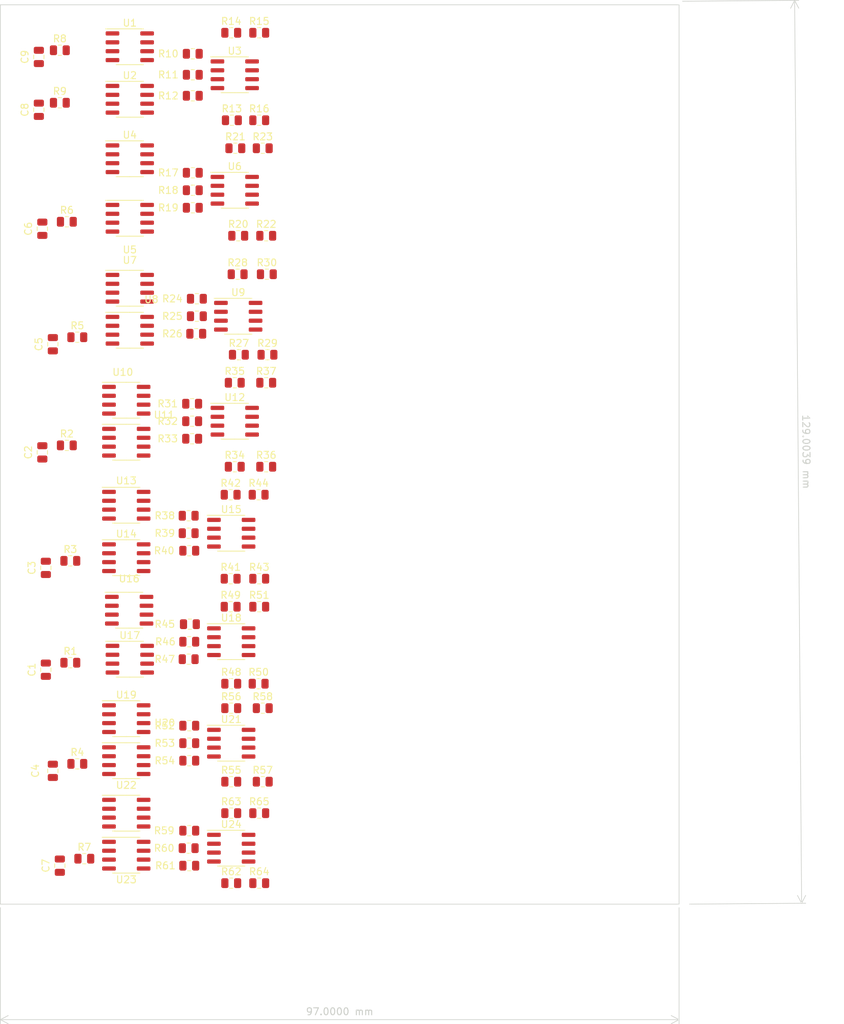
<source format=kicad_pcb>
(kicad_pcb (version 20211014) (generator pcbnew)
  (layers (0 "F.Cu" signal) (31 "B.Cu" signal) (34 "B.Paste" user) (35 "F.Paste" user) (36 "B.SilkS" user "B.Silkscreen") (37 "F.SilkS" user "F.Silkscreen") (38 "B.Mask" user) (39 "F.Mask" user) (44 "Edge.Cuts" user))
  (net 0 "")
  (net 2 "Net-(R10-Pad2)")
  (net 3 "E_ref")
  (net 4 "V-")
  (net 6 "Net-(R10-Pad1)")
  (net 7 "V+")
  (net 10 "Net-(R11-Pad2)")
  (net 11 "E_1")
  (net 13 "Net-(R12-Pad2)")
  (net 16 "Net-(R13-Pad2)")
  (net 17 "Net-(R14-Pad2)")
  (net 20 "E_6")
  (net 21 "GND")
  (net 22 "E_4")
  (net 23 "E_5")
  (net 24 "E_7")
  (net 25 "E_3")
  (net 26 "E_2")
  (net 27 "E_8")
  (net 28 "Elektrode_6")
  (net 29 "Elektrode_4")
  (net 30 "Elektrode_5")
  (net 31 "Elektrode_7")
  (net 32 "Elektrode_3")
  (net 33 "Elektrode_2")
  (net 34 "Elektrode_8")
  (net 35 "Elektrode_Ref")
  (net 36 "Elektrode_1")
  (net 37 "Net-(R17-Pad1)")
  (net 38 "Net-(R17-Pad2)")
  (net 39 "Net-(R18-Pad2)")
  (net 40 "Net-(R19-Pad2)")
  (net 41 "Net-(R20-Pad2)")
  (net 42 "Net-(R21-Pad2)")
  (net 52 "Net-(R24-Pad1)")
  (net 53 "Net-(R24-Pad2)")
  (net 54 "Net-(R25-Pad2)")
  (net 55 "Net-(R26-Pad2)")
  (net 56 "Net-(R27-Pad2)")
  (net 57 "Net-(R28-Pad2)")
  (net 67 "Net-(R31-Pad1)")
  (net 68 "Net-(R31-Pad2)")
  (net 69 "Net-(R32-Pad2)")
  (net 70 "Net-(R33-Pad2)")
  (net 71 "Net-(R34-Pad2)")
  (net 72 "Net-(R35-Pad2)")
  (net 82 "Net-(R38-Pad1)")
  (net 83 "Net-(R38-Pad2)")
  (net 84 "Net-(R39-Pad2)")
  (net 85 "Net-(R40-Pad2)")
  (net 86 "Net-(R41-Pad2)")
  (net 87 "Net-(R42-Pad2)")
  (net 97 "Net-(R45-Pad1)")
  (net 98 "Net-(R45-Pad2)")
  (net 99 "Net-(R46-Pad2)")
  (net 100 "Net-(R47-Pad2)")
  (net 101 "Net-(R48-Pad2)")
  (net 102 "Net-(R49-Pad2)")
  (net 112 "Net-(R52-Pad1)")
  (net 113 "Net-(R52-Pad2)")
  (net 114 "Net-(R53-Pad2)")
  (net 115 "Net-(R54-Pad2)")
  (net 116 "Net-(R55-Pad2)")
  (net 117 "Net-(R56-Pad2)")
  (net 127 "E_OUT_01")
  (net 128 "E_OUT_02")
  (net 129 "E_OUT_03")
  (net 130 "E_OUT_04")
  (net 131 "E_OUT_05")
  (net 132 "E_OUT_06")
  (net 133 "E_OUT_07")
  (net 134 "Net-(R59-Pad1)")
  (net 135 "Net-(R59-Pad2)")
  (net 136 "Net-(R60-Pad2)")
  (net 137 "Net-(R61-Pad2)")
  (net 138 "Net-(R62-Pad2)")
  (net 139 "Net-(R63-Pad2)")
  (net 140 "E_OUT_08")
  (footprint "Resistor_SMD:R_0805_2012Metric" (layer "F.Cu") (at 228 68.5)
    (fp_text reference "R37" (at 0 -1.65) (layer "F.SilkS"))
    (fp_text value "R")
    (pad "1" smd roundrect (at -0.9125 0) (size 1.025 1.4) (layers "F.Cu" "F.Paste" "F.Mask") (roundrect_rratio 0.243902) (net 72 "Net-(R35-Pad2)"))
    (pad "2" smd roundrect (at 0.9125 0) (size 1.025 1.4) (layers "F.Cu" "F.Paste" "F.Mask") (roundrect_rratio 0.243902) (net 21 "GND"))
  )
  (footprint "Resistor_SMD:R_0805_2012Metric" (layer "F.Cu") (at 223.5 68.5)
    (fp_text reference "R35" (at 0 -1.65) (layer "F.SilkS"))
    (fp_text value "R")
    (pad "1" smd roundrect (at -0.9125 0) (size 1.025 1.4) (layers "F.Cu" "F.Paste" "F.Mask") (roundrect_rratio 0.243902) (net 67 "Net-(R31-Pad1)"))
    (pad "2" smd roundrect (at 0.9125 0) (size 1.025 1.4) (layers "F.Cu" "F.Paste" "F.Mask") (roundrect_rratio 0.243902) (net 72 "Net-(R35-Pad2)"))
  )
  (footprint "Resistor_SMD:R_0805_2012Metric" (layer "F.Cu") (at 223 125.5)
    (fp_text reference "R55" (at 0 -1.65) (layer "F.SilkS"))
    (fp_text value "R")
    (pad "1" smd roundrect (at -0.9125 0) (size 1.025 1.4) (layers "F.Cu" "F.Paste" "F.Mask") (roundrect_rratio 0.243902) (net 115 "Net-(R54-Pad2)"))
    (pad "2" smd roundrect (at 0.9125 0) (size 1.025 1.4) (layers "F.Cu" "F.Paste" "F.Mask") (roundrect_rratio 0.243902) (net 116 "Net-(R55-Pad2)"))
  )
  (footprint "Package_SO:SOIC-8_3.9x4.9mm_P1.27mm" (layer "F.Cu") (at 208 77)
    (fp_text reference "U11" (at 5.4125 -3.9) (layer "F.SilkS"))
    (fp_text value "OPA376xxD")
    (pad "1" smd roundrect (at -2.475 -1.905) (size 1.95 0.6) (layers "F.Cu" "F.Paste" "F.Mask"))
    (pad "2" smd roundrect (at -2.475 -0.635) (size 1.95 0.6) (layers "F.Cu" "F.Paste" "F.Mask") (net 69 "Net-(R32-Pad2)"))
    (pad "3" smd roundrect (at -2.475 0.635) (size 1.95 0.6) (layers "F.Cu" "F.Paste" "F.Mask") (net 22 "E_4"))
    (pad "4" smd roundrect (at -2.475 1.905) (size 1.95 0.6) (layers "F.Cu" "F.Paste" "F.Mask") (net 4 "V-"))
    (pad "5" smd roundrect (at 2.475 1.905) (size 1.95 0.6) (layers "F.Cu" "F.Paste" "F.Mask"))
    (pad "6" smd roundrect (at 2.475 0.635) (size 1.95 0.6) (layers "F.Cu" "F.Paste" "F.Mask") (net 70 "Net-(R33-Pad2)"))
    (pad "7" smd roundrect (at 2.475 -0.635) (size 1.95 0.6) (layers "F.Cu" "F.Paste" "F.Mask") (net 7 "V+"))
    (pad "8" smd roundrect (at 2.475 -1.905) (size 1.95 0.6) (layers "F.Cu" "F.Paste" "F.Mask"))
  )
  (footprint "Resistor_SMD:R_0805_2012Metric" (layer "F.Cu") (at 217.0875 103 180)
    (fp_text reference "R45" (at 3.5875 0) (layer "F.SilkS"))
    (fp_text value "R_Small")
    (pad "1" smd roundrect (at -0.9125 0 180) (size 1.025 1.4) (layers "F.Cu" "F.Paste" "F.Mask") (roundrect_rratio 0.243902) (net 97 "Net-(R45-Pad1)"))
    (pad "2" smd roundrect (at 0.9125 0 180) (size 1.025 1.4) (layers "F.Cu" "F.Paste" "F.Mask") (roundrect_rratio 0.243902) (net 98 "Net-(R45-Pad2)"))
  )
  (footprint "Package_SO:SOIC-8_3.9x4.9mm_P1.27mm" (layer "F.Cu") (at 224 59)
    (fp_text reference "U9" (at 0 -3.4) (layer "F.SilkS"))
    (fp_text value "OPA376xxD")
    (pad "1" smd roundrect (at -2.475 -1.905) (size 1.95 0.6) (layers "F.Cu" "F.Paste" "F.Mask"))
    (pad "2" smd roundrect (at -2.475 -0.635) (size 1.95 0.6) (layers "F.Cu" "F.Paste" "F.Mask") (net 56 "Net-(R27-Pad2)"))
    (pad "3" smd roundrect (at -2.475 0.635) (size 1.95 0.6) (layers "F.Cu" "F.Paste" "F.Mask") (net 57 "Net-(R28-Pad2)"))
    (pad "4" smd roundrect (at -2.475 1.905) (size 1.95 0.6) (layers "F.Cu" "F.Paste" "F.Mask") (net 4 "V-"))
    (pad "5" smd roundrect (at 2.475 1.905) (size 1.95 0.6) (layers "F.Cu" "F.Paste" "F.Mask"))
    (pad "6" smd roundrect (at 2.475 0.635) (size 1.95 0.6) (layers "F.Cu" "F.Paste" "F.Mask") (net 129 "E_OUT_03"))
    (pad "7" smd roundrect (at 2.475 -0.635) (size 1.95 0.6) (layers "F.Cu" "F.Paste" "F.Mask") (net 7 "V+"))
    (pad "8" smd roundrect (at 2.475 -1.905) (size 1.95 0.6) (layers "F.Cu" "F.Paste" "F.Mask"))
  )
  (footprint "Package_SO:SOIC-8_3.9x4.9mm_P1.27mm" (layer "F.Cu") (at 208 122.5)
    (fp_text reference "U20" (at 5.5 -5.4) (layer "F.SilkS"))
    (fp_text value "OPA376xxD")
    (pad "1" smd roundrect (at -2.475 -1.905) (size 1.95 0.6) (layers "F.Cu" "F.Paste" "F.Mask"))
    (pad "2" smd roundrect (at -2.475 -0.635) (size 1.95 0.6) (layers "F.Cu" "F.Paste" "F.Mask") (net 114 "Net-(R53-Pad2)"))
    (pad "3" smd roundrect (at -2.475 0.635) (size 1.95 0.6) (layers "F.Cu" "F.Paste" "F.Mask") (net 24 "E_7"))
    (pad "4" smd roundrect (at -2.475 1.905) (size 1.95 0.6) (layers "F.Cu" "F.Paste" "F.Mask") (net 4 "V-"))
    (pad "5" smd roundrect (at 2.475 1.905) (size 1.95 0.6) (layers "F.Cu" "F.Paste" "F.Mask"))
    (pad "6" smd roundrect (at 2.475 0.635) (size 1.95 0.6) (layers "F.Cu" "F.Paste" "F.Mask") (net 115 "Net-(R54-Pad2)"))
    (pad "7" smd roundrect (at 2.475 -0.635) (size 1.95 0.6) (layers "F.Cu" "F.Paste" "F.Mask") (net 7 "V+"))
    (pad "8" smd roundrect (at 2.475 -1.905) (size 1.95 0.6) (layers "F.Cu" "F.Paste" "F.Mask"))
  )
  (footprint "Resistor_SMD:R_0805_2012Metric" (layer "F.Cu") (at 217 117.5 180)
    (fp_text reference "R52" (at 3.5 0) (layer "F.SilkS"))
    (fp_text value "R_Small")
    (pad "1" smd roundrect (at -0.9125 0 180) (size 1.025 1.4) (layers "F.Cu" "F.Paste" "F.Mask") (roundrect_rratio 0.243902) (net 112 "Net-(R52-Pad1)"))
    (pad "2" smd roundrect (at 0.9125 0 180) (size 1.025 1.4) (layers "F.Cu" "F.Paste" "F.Mask") (roundrect_rratio 0.243902) (net 113 "Net-(R52-Pad2)"))
  )
  (footprint "Resistor_SMD:R_0805_2012Metric" (layer "F.Cu") (at 227 31)
    (fp_text reference "R16" (at 0 -1.65) (layer "F.SilkS"))
    (fp_text value "R")
    (pad "1" smd roundrect (at -0.9125 0) (size 1.025 1.4) (layers "F.Cu" "F.Paste" "F.Mask") (roundrect_rratio 0.243902) (net 16 "Net-(R13-Pad2)"))
    (pad "2" smd roundrect (at 0.9125 0) (size 1.025 1.4) (layers "F.Cu" "F.Paste" "F.Mask") (roundrect_rratio 0.243902) (net 127 "E_OUT_01"))
  )
  (footprint "Resistor_SMD:R_0805_2012Metric" (layer "F.Cu") (at 223 111.5)
    (fp_text reference "R48" (at 0 -1.65) (layer "F.SilkS"))
    (fp_text value "R")
    (pad "1" smd roundrect (at -0.9125 0) (size 1.025 1.4) (layers "F.Cu" "F.Paste" "F.Mask") (roundrect_rratio 0.243902) (net 100 "Net-(R47-Pad2)"))
    (pad "2" smd roundrect (at 0.9125 0) (size 1.025 1.4) (layers "F.Cu" "F.Paste" "F.Mask") (roundrect_rratio 0.243902) (net 101 "Net-(R48-Pad2)"))
  )
  (footprint "Resistor_SMD:R_0805_2012Metric" (layer "F.Cu") (at 217.5 24.5)
    (fp_text reference "R11" (at -3.5 0) (layer "F.SilkS"))
    (fp_text value "R_Small")
    (pad "1" smd roundrect (at -0.9125 0) (size 1.025 1.4) (layers "F.Cu" "F.Paste" "F.Mask") (roundrect_rratio 0.243902) (net 2 "Net-(R10-Pad2)"))
    (pad "2" smd roundrect (at 0.9125 0) (size 1.025 1.4) (layers "F.Cu" "F.Paste" "F.Mask") (roundrect_rratio 0.243902) (net 10 "Net-(R11-Pad2)"))
  )
  (footprint "Resistor_SMD:R_0805_2012Metric" (layer "F.Cu") (at 217 120)
    (fp_text reference "R53" (at -3.5 0) (layer "F.SilkS"))
    (fp_text value "R_Small")
    (pad "1" smd roundrect (at -0.9125 0) (size 1.025 1.4) (layers "F.Cu" "F.Paste" "F.Mask") (roundrect_rratio 0.243902) (net 113 "Net-(R52-Pad2)"))
    (pad "2" smd roundrect (at 0.9125 0) (size 1.025 1.4) (layers "F.Cu" "F.Paste" "F.Mask") (roundrect_rratio 0.243902) (net 114 "Net-(R53-Pad2)"))
  )
  (footprint "Resistor_SMD:R_0805_2012Metric" (layer "F.Cu") (at 227 130)
    (fp_text reference "R65" (at 0 -1.65) (layer "F.SilkS"))
    (fp_text value "R")
    (pad "1" smd roundrect (at -0.9125 0) (size 1.025 1.4) (layers "F.Cu" "F.Paste" "F.Mask") (roundrect_rratio 0.243902) (net 139 "Net-(R63-Pad2)"))
    (pad "2" smd roundrect (at 0.9125 0) (size 1.025 1.4) (layers "F.Cu" "F.Paste" "F.Mask") (roundrect_rratio 0.243902) (net 21 "GND"))
  )
  (footprint "Resistor_SMD:R_0805_2012Metric" (layer "F.Cu") (at 201 62)
    (fp_text reference "R5" (at 0 -1.65) (layer "F.SilkS"))
    (fp_text value "R")
    (pad "1" smd roundrect (at -0.9125 0) (size 1.025 1.4) (layers "F.Cu" "F.Paste" "F.Mask") (roundrect_rratio 0.243902) (net 32 "Elektrode_3"))
    (pad "2" smd roundrect (at 0.9125 0) (size 1.025 1.4) (layers "F.Cu" "F.Paste" "F.Mask") (roundrect_rratio 0.243902) (net 25 "E_3"))
  )
  (footprint "Resistor_SMD:R_0805_2012Metric" (layer "F.Cu") (at 222.9125 84.5)
    (fp_text reference "R42" (at 0 -1.65) (layer "F.SilkS"))
    (fp_text value "R")
    (pad "1" smd roundrect (at -0.9125 0) (size 1.025 1.4) (layers "F.Cu" "F.Paste" "F.Mask") (roundrect_rratio 0.243902) (net 82 "Net-(R38-Pad1)"))
    (pad "2" smd roundrect (at 0.9125 0) (size 1.025 1.4) (layers "F.Cu" "F.Paste" "F.Mask") (roundrect_rratio 0.243902) (net 87 "Net-(R42-Pad2)"))
  )
  (footprint "Resistor_SMD:R_0805_2012Metric" (layer "F.Cu") (at 217.4125 71.5 180)
    (fp_text reference "R31" (at 3.5 0) (layer "F.SilkS"))
    (fp_text value "R_Small")
    (pad "1" smd roundrect (at -0.9125 0 180) (size 1.025 1.4) (layers "F.Cu" "F.Paste" "F.Mask") (roundrect_rratio 0.243902) (net 67 "Net-(R31-Pad1)"))
    (pad "2" smd roundrect (at 0.9125 0 180) (size 1.025 1.4) (layers "F.Cu" "F.Paste" "F.Mask") (roundrect_rratio 0.243902) (net 68 "Net-(R31-Pad2)"))
  )
  (footprint "Resistor_SMD:R_0805_2012Metric" (layer "F.Cu") (at 223 130)
    (fp_text reference "R63" (at 0 -1.65) (layer "F.SilkS"))
    (fp_text value "R")
    (pad "1" smd roundrect (at -0.9125 0) (size 1.025 1.4) (layers "F.Cu" "F.Paste" "F.Mask") (roundrect_rratio 0.243902) (net 134 "Net-(R59-Pad1)"))
    (pad "2" smd roundrect (at 0.9125 0) (size 1.025 1.4) (layers "F.Cu" "F.Paste" "F.Mask") (roundrect_rratio 0.243902) (net 139 "Net-(R63-Pad2)"))
  )
  (footprint "Resistor_SMD:R_0805_2012Metric" (layer "F.Cu") (at 228 80.5)
    (fp_text reference "R36" (at 0 -1.65) (layer "F.SilkS"))
    (fp_text value "R")
    (pad "1" smd roundrect (at -0.9125 0) (size 1.025 1.4) (layers "F.Cu" "F.Paste" "F.Mask") (roundrect_rratio 0.243902) (net 71 "Net-(R34-Pad2)"))
    (pad "2" smd roundrect (at 0.9125 0) (size 1.025 1.4) (layers "F.Cu" "F.Paste" "F.Mask") (roundrect_rratio 0.243902) (net 130 "E_OUT_04"))
  )
  (footprint "Resistor_SMD:R_0805_2012Metric" (layer "F.Cu") (at 216.9125 108)
    (fp_text reference "R47" (at -3.4125 0) (layer "F.SilkS"))
    (fp_text value "R_Small")
    (pad "1" smd roundrect (at -0.9125 0) (size 1.025 1.4) (layers "F.Cu" "F.Paste" "F.Mask") (roundrect_rratio 0.243902) (net 99 "Net-(R46-Pad2)"))
    (pad "2" smd roundrect (at 0.9125 0) (size 1.025 1.4) (layers "F.Cu" "F.Paste" "F.Mask") (roundrect_rratio 0.243902) (net 100 "Net-(R47-Pad2)"))
  )
  (footprint "Capacitor_SMD:C_0805_2012Metric" (layer "F.Cu") (at 197.5 123.95 -90)
    (fp_text reference "C4" (at 0 2.5 90) (layer "F.SilkS"))
    (fp_text value "C")
    (pad "1" smd roundrect (at -0.95 0 270) (size 1 1.45) (layers "F.Cu" "F.Paste" "F.Mask") (net 24 "E_7"))
    (pad "2" smd roundrect (at 0.95 0 270) (size 1 1.45) (layers "F.Cu" "F.Paste" "F.Mask") (net 21 "GND"))
  )
  (footprint "Package_SO:SOIC-8_3.9x4.9mm_P1.27mm" (layer "F.Cu") (at 208 71)
    (fp_text reference "U10" (at -0.5 -4) (layer "F.SilkS"))
    (fp_text value "OPA376xxD")
    (pad "1" smd roundrect (at -2.475 -1.905) (size 1.95 0.6) (layers "F.Cu" "F.Paste" "F.Mask"))
    (pad "2" smd roundrect (at -2.475 -0.635) (size 1.95 0.6) (layers "F.Cu" "F.Paste" "F.Mask") (net 68 "Net-(R31-Pad2)"))
    (pad "3" smd roundrect (at -2.475 0.635) (size 1.95 0.6) (layers "F.Cu" "F.Paste" "F.Mask") (net 3 "E_ref"))
    (pad "4" smd roundrect (at -2.475 1.905) (size 1.95 0.6) (layers "F.Cu" "F.Paste" "F.Mask") (net 4 "V-"))
    (pad "5" smd roundrect (at 2.475 1.905) (size 1.95 0.6) (layers "F.Cu" "F.Paste" "F.Mask"))
    (pad "6" smd roundrect (at 2.475 0.635) (size 1.95 0.6) (layers "F.Cu" "F.Paste" "F.Mask") (net 67 "Net-(R31-Pad1)"))
    (pad "7" smd roundrect (at 2.475 -0.635) (size 1.95 0.6) (layers "F.Cu" "F.Paste" "F.Mask") (net 7 "V+"))
    (pad "8" smd roundrect (at 2.475 -1.905) (size 1.95 0.6) (layers "F.Cu" "F.Paste" "F.Mask"))
  )
  (footprint "Resistor_SMD:R_0805_2012Metric" (layer "F.Cu") (at 216.9125 90)
    (fp_text reference "R39" (at -3.4125 0) (layer "F.SilkS"))
    (fp_text value "R_Small")
    (pad "1" smd roundrect (at -0.9125 0) (size 1.025 1.4) (layers "F.Cu" "F.Paste" "F.Mask") (roundrect_rratio 0.243902) (net 83 "Net-(R38-Pad2)"))
    (pad "2" smd roundrect (at 0.9125 0) (size 1.025 1.4) (layers "F.Cu" "F.Paste" "F.Mask") (roundrect_rratio 0.243902) (net 84 "Net-(R39-Pad2)"))
  )
  (footprint "Resistor_SMD:R_0805_2012Metric" (layer "F.Cu") (at 227.5 115)
    (fp_text reference "R58" (at 0 -1.65) (layer "F.SilkS"))
    (fp_text value "R")
    (pad "1" smd roundrect (at -0.9125 0) (size 1.025 1.4) (layers "F.Cu" "F.Paste" "F.Mask") (roundrect_rratio 0.243902) (net 117 "Net-(R56-Pad2)"))
    (pad "2" smd roundrect (at 0.9125 0) (size 1.025 1.4) (layers "F.Cu" "F.Paste" "F.Mask") (roundrect_rratio 0.243902) (net 21 "GND"))
  )
  (footprint "Package_SO:SOIC-8_3.9x4.9mm_P1.27mm" (layer "F.Cu") (at 223 90)
    (fp_text reference "U15" (at 0 -3.4) (layer "F.SilkS"))
    (fp_text value "OPA376xxD")
    (pad "1" smd roundrect (at -2.475 -1.905) (size 1.95 0.6) (layers "F.Cu" "F.Paste" "F.Mask"))
    (pad "2" smd roundrect (at -2.475 -0.635) (size 1.95 0.6) (layers "F.Cu" "F.Paste" "F.Mask") (net 86 "Net-(R41-Pad2)"))
    (pad "3" smd roundrect (at -2.475 0.635) (size 1.95 0.6) (layers "F.Cu" "F.Paste" "F.Mask") (net 87 "Net-(R42-Pad2)"))
    (pad "4" smd roundrect (at -2.475 1.905) (size 1.95 0.6) (layers "F.Cu" "F.Paste" "F.Mask") (net 4 "V-"))
    (pad "5" smd roundrect (at 2.475 1.905) (size 1.95 0.6) (layers "F.Cu" "F.Paste" "F.Mask"))
    (pad "6" smd roundrect (at 2.475 0.635) (size 1.95 0.6) (layers "F.Cu" "F.Paste" "F.Mask") (net 131 "E_OUT_05"))
    (pad "7" smd roundrect (at 2.475 -0.635) (size 1.95 0.6) (layers "F.Cu" "F.Paste" "F.Mask") (net 7 "V+"))
    (pad "8" smd roundrect (at 2.475 -1.905) (size 1.95 0.6) (layers "F.Cu" "F.Paste" "F.Mask"))
  )
  (footprint "Resistor_SMD:R_0805_2012Metric" (layer "F.Cu") (at 217.5 21.5 180)
    (fp_text reference "R10" (at 3.5 0) (layer "F.SilkS"))
    (fp_text value "R_Small")
    (pad "1" smd roundrect (at -0.9125 0 180) (size 1.025 1.4) (layers "F.Cu" "F.Paste" "F.Mask") (roundrect_rratio 0.243902) (net 6 "Net-(R10-Pad1)"))
    (pad "2" smd roundrect (at 0.9125 0 180) (size 1.025 1.4) (layers "F.Cu" "F.Paste" "F.Mask") (roundrect_rratio 0.243902) (net 2 "Net-(R10-Pad2)"))
  )
  (footprint "Package_SO:SOIC-8_3.9x4.9mm_P1.27mm" (layer "F.Cu") (at 208.5 28)
    (fp_text reference "U2" (at 0 -3.4) (layer "F.SilkS"))
    (fp_text value "OPA376xxD")
    (pad "1" smd roundrect (at -2.475 -1.905) (size 1.95 0.6) (layers "F.Cu" "F.Paste" "F.Mask"))
    (pad "2" smd roundrect (at -2.475 -0.635) (size 1.95 0.6) (layers "F.Cu" "F.Paste" "F.Mask") (net 10 "Net-(R11-Pad2)"))
    (pad "3" smd roundrect (at -2.475 0.635) (size 1.95 0.6) (layers "F.Cu" "F.Paste" "F.Mask") (net 11 "E_1"))
    (pad "4" smd roundrect (at -2.475 1.905) (size 1.95 0.6) (layers "F.Cu" "F.Paste" "F.Mask") (net 4 "V-"))
    (pad "5" smd roundrect (at 2.475 1.905) (size 1.95 0.6) (layers "F.Cu" "F.Paste" "F.Mask"))
    (pad "6" smd roundrect (at 2.475 0.635) (size 1.95 0.6) (layers "F.Cu" "F.Paste" "F.Mask") (net 13 "Net-(R12-Pad2)"))
    (pad "7" smd roundrect (at 2.475 -0.635) (size 1.95 0.6) (layers "F.Cu" "F.Paste" "F.Mask") (net 7 "V+"))
    (pad "8" smd roundrect (at 2.475 -1.905) (size 1.95 0.6) (layers "F.Cu" "F.Paste" "F.Mask"))
  )
  (footprint "Package_SO:SOIC-8_3.9x4.9mm_P1.27mm" (layer "F.Cu") (at 208.5 108)
    (fp_text reference "U17" (at 0 -3.4) (layer "F.SilkS"))
    (fp_text value "OPA376xxD")
    (pad "1" smd roundrect (at -2.475 -1.905) (size 1.95 0.6) (layers "F.Cu" "F.Paste" "F.Mask"))
    (pad "2" smd roundrect (at -2.475 -0.635) (size 1.95 0.6) (layers "F.Cu" "F.Paste" "F.Mask") (net 99 "Net-(R46-Pad2)"))
    (pad "3" smd roundrect (at -2.475 0.635) (size 1.95 0.6) (layers "F.Cu" "F.Paste" "F.Mask") (net 20 "E_6"))
    (pad "4" smd roundrect (at -2.475 1.905) (size 1.95 0.6) (layers "F.Cu" "F.Paste" "F.Mask") (net 4 "V-"))
    (pad "5" smd roundrect (at 2.475 1.905) (size 1.95 0.6) (layers "F.Cu" "F.Paste" "F.Mask"))
    (pad "6" smd roundrect (at 2.475 0.635) (size 1.95 0.6) (layers "F.Cu" "F.Paste" "F.Mask") (net 100 "Net-(R47-Pad2)"))
    (pad "7" smd roundrect (at 2.475 -0.635) (size 1.95 0.6) (layers "F.Cu" "F.Paste" "F.Mask") (net 7 "V+"))
    (pad "8" smd roundrect (at 2.475 -1.905) (size 1.95 0.6) (layers "F.Cu" "F.Paste" "F.Mask"))
  )
  (footprint "Resistor_SMD:R_0805_2012Metric" (layer "F.Cu") (at 223 140)
    (fp_text reference "R62" (at 0 -1.65) (layer "F.SilkS"))
    (fp_text value "R")
    (pad "1" smd roundrect (at -0.9125 0) (size 1.025 1.4) (layers "F.Cu" "F.Paste" "F.Mask") (roundrect_rratio 0.243902) (net 137 "Net-(R61-Pad2)"))
    (pad "2" smd roundrect (at 0.9125 0) (size 1.025 1.4) (layers "F.Cu" "F.Paste" "F.Mask") (roundrect_rratio 0.243902) (net 138 "Net-(R62-Pad2)"))
  )
  (footprint "Resistor_SMD:R_0805_2012Metric" (layer "F.Cu") (at 226.9125 84.5)
    (fp_text reference "R44" (at 0 -1.65) (layer "F.SilkS"))
    (fp_text value "R")
    (pad "1" smd roundrect (at -0.9125 0) (size 1.025 1.4) (layers "F.Cu" "F.Paste" "F.Mask") (roundrect_rratio 0.243902) (net 87 "Net-(R42-Pad2)"))
    (pad "2" smd roundrect (at 0.9125 0) (size 1.025 1.4) (layers "F.Cu" "F.Paste" "F.Mask") (roundrect_rratio 0.243902) (net 21 "GND"))
  )
  (footprint "Resistor_SMD:R_0805_2012Metric" (layer "F.Cu") (at 217 92.5 180)
    (fp_text reference "R40" (at 3.5875 0) (layer "F.SilkS"))
    (fp_text value "R_Small")
    (pad "1" smd roundrect (at -0.9125 0 180) (size 1.025 1.4) (layers "F.Cu" "F.Paste" "F.Mask") (roundrect_rratio 0.243902) (net 84 "Net-(R39-Pad2)"))
    (pad "2" smd roundrect (at 0.9125 0 180) (size 1.025 1.4) (layers "F.Cu" "F.Paste" "F.Mask") (roundrect_rratio 0.243902) (net 85 "Net-(R40-Pad2)"))
  )
  (footprint "Resistor_SMD:R_0805_2012Metric" (layer "F.Cu") (at 200 108.5)
    (fp_text reference "R1" (at 0 -1.65) (layer "F.SilkS"))
    (fp_text value "R")
    (pad "1" smd roundrect (at -0.9125 0) (size 1.025 1.4) (layers "F.Cu" "F.Paste" "F.Mask") (roundrect_rratio 0.243902) (net 28 "Elektrode_6"))
    (pad "2" smd roundrect (at 0.9125 0) (size 1.025 1.4) (layers "F.Cu" "F.Paste" "F.Mask") (roundrect_rratio 0.243902) (net 20 "E_6"))
  )
  (footprint "Resistor_SMD:R_0805_2012Metric" (layer "F.Cu") (at 218 61.5 180)
    (fp_text reference "R26" (at 3.4125 0) (layer "F.SilkS"))
    (fp_text value "R_Small")
    (pad "1" smd roundrect (at -0.9125 0 180) (size 1.025 1.4) (layers "F.Cu" "F.Paste" "F.Mask") (roundrect_rratio 0.243902) (net 54 "Net-(R25-Pad2)"))
    (pad "2" smd roundrect (at 0.9125 0 180) (size 1.025 1.4) (layers "F.Cu" "F.Paste" "F.Mask") (roundrect_rratio 0.243902) (net 55 "Net-(R26-Pad2)"))
  )
  (footprint "Resistor_SMD:R_0805_2012Metric" (layer "F.Cu") (at 217 122.5)
    (fp_text reference "R54" (at -3.5 0) (layer "F.SilkS"))
    (fp_text value "R_Small")
    (pad "1" smd roundrect (at -0.9125 0) (size 1.025 1.4) (layers "F.Cu" "F.Paste" "F.Mask") (roundrect_rratio 0.243902) (net 114 "Net-(R53-Pad2)"))
    (pad "2" smd roundrect (at 0.9125 0) (size 1.025 1.4) (layers "F.Cu" "F.Paste" "F.Mask") (roundrect_rratio 0.243902) (net 115 "Net-(R54-Pad2)"))
  )
  (footprint "Resistor_SMD:R_0805_2012Metric" (layer "F.Cu") (at 227 96.5)
    (fp_text reference "R43" (at 0 -1.65) (layer "F.SilkS"))
    (fp_text value "R")
    (pad "1" smd roundrect (at -0.9125 0) (size 1.025 1.4) (layers "F.Cu" "F.Paste" "F.Mask") (roundrect_rratio 0.243902) (net 86 "Net-(R41-Pad2)"))
    (pad "2" smd roundrect (at 0.9125 0) (size 1.025 1.4) (layers "F.Cu" "F.Paste" "F.Mask") (roundrect_rratio 0.243902) (net 131 "E_OUT_05"))
  )
  (footprint "Capacitor_SMD:C_0805_2012Metric" (layer "F.Cu") (at 196.5 109.5 -90)
    (fp_text reference "C1" (at 0 2 90) (layer "F.SilkS"))
    (fp_text value "C")
    (pad "1" smd roundrect (at -0.95 0 270) (size 1 1.45) (layers "F.Cu" "F.Paste" "F.Mask") (net 20 "E_6"))
    (pad "2" smd roundrect (at 0.95 0 270) (size 1 1.45) (layers "F.Cu" "F.Paste" "F.Mask") (net 21 "GND"))
  )
  (footprint "Capacitor_SMD:C_0805_2012Metric" (layer "F.Cu") (at 196 78.45 -90)
    (fp_text reference "C2" (at 0 2 90) (layer "F.SilkS"))
    (fp_text value "C")
    (pad "1" smd roundrect (at -0.95 0 270) (size 1 1.45) (layers "F.Cu" "F.Paste" "F.Mask") (net 22 "E_4"))
    (pad "2" smd roundrect (at 0.95 0 270) (size 1 1.45) (layers "F.Cu" "F.Paste" "F.Mask") (net 21 "GND"))
  )
  (footprint "Capacitor_SMD:C_0805_2012Metric" (layer "F.Cu") (at 195.5 21.95 -90)
    (fp_text reference "C9" (at 0 2 90) (layer "F.SilkS"))
    (fp_text value "C")
    (pad "1" smd roundrect (at -0.95 0 270) (size 1 1.45) (layers "F.Cu" "F.Paste" "F.Mask") (net 3 "E_ref"))
    (pad "2" smd roundrect (at 0.95 0 270) (size 1 1.45) (layers "F.Cu" "F.Paste" "F.Mask") (net 21 "GND"))
  )
  (footprint "Resistor_SMD:R_0805_2012Metric" (layer "F.Cu") (at 222.9125 96.5)
    (fp_text reference "R41" (at 0 -1.65) (layer "F.SilkS"))
    (fp_text value "R")
    (pad "1" smd roundrect (at -0.9125 0) (size 1.025 1.4) (layers "F.Cu" "F.Paste" "F.Mask") (roundrect_rratio 0.243902) (net 85 "Net-(R40-Pad2)"))
    (pad "2" smd roundrect (at 0.9125 0) (size 1.025 1.4) (layers "F.Cu" "F.Paste" "F.Mask") (roundrect_rratio 0.243902) (net 86 "Net-(R41-Pad2)"))
  )
  (footprint "Resistor_SMD:R_0805_2012Metric" (layer "F.Cu") (at 198.5 21)
    (fp_text reference "R8" (at 0 -1.65) (layer "F.SilkS"))
    (fp_text value "R")
    (pad "1" smd roundrect (at -0.9125 0) (size 1.025 1.4) (layers "F.Cu" "F.Paste" "F.Mask") (roundrect_rratio 0.243902) (net 35 "Elektrode_Ref"))
    (pad "2" smd roundrect (at 0.9125 0) (size 1.025 1.4) (layers "F.Cu" "F.Paste" "F.Mask") (roundrect_rratio 0.243902) (net 3 "E_ref"))
  )
  (footprint "Resistor_SMD:R_0805_2012Metric" (layer "F.Cu") (at 223.5 80.5)
    (fp_text reference "R34" (at 0 -1.65) (layer "F.SilkS"))
    (fp_text value "R")
    (pad "1" smd roundrect (at -0.9125 0) (size 1.025 1.4) (layers "F.Cu" "F.Paste" "F.Mask") (roundrect_rratio 0.243902) (net 70 "Net-(R33-Pad2)"))
    (pad "2" smd roundrect (at 0.9125 0) (size 1.025 1.4) (layers "F.Cu" "F.Paste" "F.Mask") (roundrect_rratio 0.243902) (net 71 "Net-(R34-Pad2)"))
  )
  (footprint "Resistor_SMD:R_0805_2012Metric" (layer "F.Cu") (at 228.175 64.5)
    (fp_text reference "R29" (at 0 -1.65) (layer "F.SilkS"))
    (fp_text value "R")
    (pad "1" smd roundrect (at -0.9125 0) (size 1.025 1.4) (layers "F.Cu" "F.Paste" "F.Mask") (roundrect_rratio 0.243902) (net 56 "Net-(R27-Pad2)"))
    (pad "2" smd roundrect (at 0.9125 0) (size 1.025 1.4) (layers "F.Cu" "F.Paste" "F.Mask") (roundrect_rratio 0.243902) (net 129 "E_OUT_03"))
  )
  (footprint "Resistor_SMD:R_0805_2012Metric" (layer "F.Cu") (at 217 137.5)
    (fp_text reference "R61" (at -3.4125 0) (layer "F.SilkS"))
    (fp_text value "R_Small")
    (pad "1" smd roundrect (at -0.9125 0) (size 1.025 1.4) (layers "F.Cu" "F.Paste" "F.Mask") (roundrect_rratio 0.243902) (net 136 "Net-(R60-Pad2)"))
    (pad "2" smd roundrect (at 0.9125 0) (size 1.025 1.4) (layers "F.Cu" "F.Paste" "F.Mask") (roundrect_rratio 0.243902) (net 137 "Net-(R61-Pad2)"))
  )
  (footprint "Resistor_SMD:R_0805_2012Metric" (layer "F.Cu") (at 217.5 41)
    (fp_text reference "R18" (at -3.5 0) (layer "F.SilkS"))
    (fp_text value "R_Small")
    (pad "1" smd roundrect (at -0.9125 0) (size 1.025 1.4) (layers "F.Cu" "F.Paste" "F.Mask") (roundrect_rratio 0.243902) (net 38 "Net-(R17-Pad2)"))
    (pad "2" smd roundrect (at 0.9125 0) (size 1.025 1.4) (layers "F.Cu" "F.Paste" "F.Mask") (roundrect_rratio 0.243902) (net 39 "Net-(R18-Pad2)"))
  )
  (footprint "Package_SO:SOIC-8_3.9x4.9mm_P1.27mm" (layer "F.Cu") (at 208.5 45)
    (fp_text reference "U5" (at 0 4.5) (layer "F.SilkS"))
    (fp_text value "OPA376xxD")
    (pad "1" smd roundrect (at -2.475 -1.905) (size 1.95 0.6) (layers "F.Cu" "F.Paste" "F.Mask"))
    (pad "2" smd roundrect (at -2.475 -0.635) (size 1.95 0.6) (layers "F.Cu" "F.Paste" "F.Mask") (net 39 "Net-(R18-Pad2)"))
    (pad "3" smd roundrect (at -2.475 0.635) (size 1.95 0.6) (layers "F.Cu" "F.Paste" "F.Mask") (net 26 "E_2"))
    (pad "4" smd roundrect (at -2.475 1.905) (size 1.95 0.6) (layers "F.Cu" "F.Paste" "F.Mask") (net 4 "V-"))
    (pad "5" smd roundrect (at 2.475 1.905) (size 1.95 0.6) (layers "F.Cu" "F.Paste" "F.Mask"))
    (pad "6" smd roundrect (at 2.475 0.635) (size 1.95 0.6) (layers "F.Cu" "F.Paste" "F.Mask") (net 40 "Net-(R19-Pad2)"))
    (pad "7" smd roundrect (at 2.475 -0.635) (size 1.95 0.6) (layers "F.Cu" "F.Paste" "F.Mask") (net 7 "V+"))
    (pad "8" smd roundrect (at 2.475 -1.905) (size 1.95 0.6) (layers "F.Cu" "F.Paste" "F.Mask"))
  )
  (footprint "Capacitor_SMD:C_0805_2012Metric" (layer "F.Cu") (at 195.5 29.5 -90)
    (fp_text reference "C8" (at 0 2 90) (layer "F.SilkS"))
    (fp_text value "C")
    (pad "1" smd roundrect (at -0.95 0 270) (size 1 1.45) (layers "F.Cu" "F.Paste" "F.Mask") (net 11 "E_1"))
    (pad "2" smd roundrect (at 0.95 0 270) (size 1 1.45) (layers "F.Cu" "F.Paste" "F.Mask") (net 21 "GND"))
  )
  (footprint "Package_SO:SOIC-8_3.9x4.9mm_P1.27mm" (layer "F.Cu") (at 208 86)
    (fp_text reference "U13" (at 0 -3.5) (layer "F.SilkS"))
    (fp_text value "OPA376xxD")
    (pad "1" smd roundrect (at -2.475 -1.905) (size 1.95 0.6) (layers "F.Cu" "F.Paste" "F.Mask"))
    (pad "2" smd roundrect (at -2.475 -0.635) (size 1.95 0.6) (layers "F.Cu" "F.Paste" "F.Mask") (net 83 "Net-(R38-Pad2)"))
    (pad "3" smd roundrect (at -2.475 0.635) (size 1.95 0.6) (layers "F.Cu" "F.Paste" "F.Mask") (net 3 "E_ref"))
    (pad "4" smd roundrect (at -2.475 1.905) (size 1.95 0.6) (layers "F.Cu" "F.Paste" "F.Mask") (net 4 "V-"))
    (pad "5" smd roundrect (at 2.475 1.905) (size 1.95 0.6) (layers "F.Cu" "F.Paste" "F.Mask"))
    (pad "6" smd roundrect (at 2.475 0.635) (size 1.95 0.6) (layers "F.Cu" "F.Paste" "F.Mask") (net 82 "Net-(R38-Pad1)"))
    (pad "7" smd roundrect (at 2.475 -0.635) (size 1.95 0.6) (layers "F.Cu" "F.Paste" "F.Mask") (net 7 "V+"))
    (pad "8" smd roundrect (at 2.475 -1.905) (size 1.95 0.6) (layers "F.Cu" "F.Paste" "F.Mask"))
  )
  (footprint "Resistor_SMD:R_0805_2012Metric" (layer "F.Cu") (at 227 100.5)
    (fp_text reference "R51" (at 0 -1.65) (layer "F.SilkS"))
    (fp_text value "R")
    (pad "1" smd roundrect (at -0.9125 0) (size 1.025 1.4) (layers "F.Cu" "F.Paste" "F.Mask") (roundrect_rratio 0.243902) (net 102 "Net-(R49-Pad2)"))
    (pad "2" smd roundrect (at 0.9125 0) (size 1.025 1.4) (layers "F.Cu" "F.Paste" "F.Mask") (roundrect_rratio 0.243902) (net 21 "GND"))
  )
  (footprint "Resistor_SMD:R_0805_2012Metric" (layer "F.Cu") (at 223 115)
    (fp_text reference "R56" (at 0 -1.65) (layer "F.SilkS"))
    (fp_text value "R")
    (pad "1" smd roundrect (at -0.9125 0) (size 1.025 1.4) (layers "F.Cu" "F.Paste" "F.Mask") (roundrect_rratio 0.243902) (net 112 "Net-(R52-Pad1)"))
    (pad "2" smd roundrect (at 0.9125 0) (size 1.025 1.4) (layers "F.Cu" "F.Paste" "F.Mask") (roundrect_rratio 0.243902) (net 117 "Net-(R56-Pad2)"))
  )
  (footprint "Resistor_SMD:R_0805_2012Metric" (layer "F.Cu") (at 200 93.95)
    (fp_text reference "R3" (at 0 -1.65) (layer "F.SilkS"))
    (fp_text value "R")
    (pad "1" smd roundrect (at -0.9125 0) (size 1.025 1.4) (layers "F.Cu" "F.Paste" "F.Mask") (roundrect_rratio 0.243902) (net 30 "Elektrode_5"))
    (pad "2" smd roundrect (at 0.9125 0) (size 1.025 1.4) (layers "F.Cu" "F.Paste" "F.Mask") (roundrect_rratio 0.243902) (net 23 "E_5"))
  )
  (footprint "Resistor_SMD:R_0805_2012Metric" (layer "F.Cu") (at 201 122.95)
    (fp_text reference "R4" (at 0 -1.65) (layer "F.SilkS"))
    (fp_text value "R")
    (pad "1" smd roundrect (at -0.9125 0) (size 1.025 1.4) (layers "F.Cu" "F.Paste" "F.Mask") (roundrect_rratio 0.243902) (net 31 "Elektrode_7"))
    (pad "2" smd roundrect (at 0.9125 0) (size 1.025 1.4) (layers "F.Cu" "F.Paste" "F.Mask") (roundrect_rratio 0.243902) (net 24 "E_7"))
  )
  (footprint "Resistor_SMD:R_0805_2012Metric" (layer "F.Cu") (at 226.9125 111.5)
    (fp_text reference "R50" (at 0 -1.65) (layer "F.SilkS"))
    (fp_text value "R")
    (pad "1" smd roundrect (at -0.9125 0) (size 1.025 1.4) (layers "F.Cu" "F.Paste" "F.Mask") (roundrect_rratio 0.243902) (net 101 "Net-(R48-Pad2)"))
    (pad "2" smd roundrect (at 0.9125 0) (size 1.025 1.4) (layers "F.Cu" "F.Paste" "F.Mask") (roundrect_rratio 0.243902) (net 132 "E_OUT_06"))
  )
  (footprint "Resistor_SMD:R_0805_2012Metric" (layer "F.Cu") (at 199.5 77.45)
    (fp_text reference "R2" (at 0 -1.65) (layer "F.SilkS"))
    (fp_text value "R")
    (pad "1" smd roundrect (at -0.9125 0) (size 1.025 1.4) (layers "F.Cu" "F.Paste" "F.Mask") (roundrect_rratio 0.243902) (net 29 "Elektrode_4"))
    (pad "2" smd roundrect (at 0.9125 0) (size 1.025 1.4) (layers "F.Cu" "F.Paste" "F.Mask") (roundrect_rratio 0.243902) (net 22 "E_4"))
  )
  (footprint "Resistor_SMD:R_0805_2012Metric" (layer "F.Cu") (at 216.9125 135)
    (fp_text reference "R60" (at -3.5 0) (layer "F.SilkS"))
    (fp_text value "R_Small")
    (pad "1" smd roundrect (at -0.9125 0) (size 1.025 1.4) (layers "F.Cu" "F.Paste" "F.Mask") (roundrect_rratio 0.243902) (net 135 "Net-(R59-Pad2)"))
    (pad "2" smd roundrect (at 0.9125 0) (size 1.025 1.4) (layers "F.Cu" "F.Paste" "F.Mask") (roundrect_rratio 0.243902) (net 136 "Net-(R60-Pad2)"))
  )
  (footprint "Package_SO:SOIC-8_3.9x4.9mm_P1.27mm" (layer "F.Cu") (at 208 116.5)
    (fp_text reference "U19" (at 0 -3.4) (layer "F.SilkS"))
    (fp_text value "OPA376xxD")
    (pad "1" smd roundrect (at -2.475 -1.905) (size 1.95 0.6) (layers "F.Cu" "F.Paste" "F.Mask"))
    (pad "2" smd roundrect (at -2.475 -0.635) (size 1.95 0.6) (layers "F.Cu" "F.Paste" "F.Mask") (net 113 "Net-(R52-Pad2)"))
    (pad "3" smd roundrect (at -2.475 0.635) (size 1.95 0.6) (layers "F.Cu" "F.Paste" "F.Mask") (net 3 "E_ref"))
    (pad "4" smd roundrect (at -2.475 1.905) (size 1.95 0.6) (layers "F.Cu" "F.Paste" "F.Mask") (net 4 "V-"))
    (pad "5" smd roundrect (at 2.475 1.905) (size 1.95 0.6) (layers "F.Cu" "F.Paste" "F.Mask"))
    (pad "6" smd roundrect (at 2.475 0.635) (size 1.95 0.6) (layers "F.Cu" "F.Paste" "F.Mask") (net 112 "Net-(R52-Pad1)"))
    (pad "7" smd roundrect (at 2.475 -0.635) (size 1.95 0.6) (layers "F.Cu" "F.Paste" "F.Mask") (net 7 "V+"))
    (pad "8" smd roundrect (at 2.475 -1.905) (size 1.95 0.6) (layers "F.Cu" "F.Paste" "F.Mask"))
  )
  (footprint "Package_SO:SOIC-8_3.9x4.9mm_P1.27mm" (layer "F.Cu") (at 208.4125 101)
    (fp_text reference "U16" (at 0 -4.5) (layer "F.SilkS"))
    (fp_text value "OPA376xxD")
    (pad "1" smd roundrect (at -2.475 -1.905) (size 1.95 0.6) (layers "F.Cu" "F.Paste" "F.Mask"))
    (pad "2" smd roundrect (at -2.475 -0.635) (size 1.95 0.6) (layers "F.Cu" "F.Paste" "F.Mask") (net 98 "Net-(R45-Pad2)"))
    (pad "3" smd roundrect (at -2.475 0.635) (size 1.95 0.6) (layers "F.Cu" "F.Paste" "F.Mask") (net 3 "E_ref"))
    (pad "4" smd roundrect (at -2.475 1.905) (size 1.95 0.6) (layers "F.Cu" "F.Paste" "F.Mask") (net 4 "V-"))
    (pad "5" smd roundrect (at 2.475 1.905) (size 1.95 0.6) (layers "F.Cu" "F.Paste" "F.Mask"))
    (pad "6" smd roundrect (at 2.475 0.635) (size 1.95 0.6) (layers "F.Cu" "F.Paste" "F.Mask") (net 97 "Net-(R45-Pad1)"))
    (pad "7" smd roundrect (at 2.475 -0.635) (size 1.95 0.6) (layers "F.Cu" "F.Paste" "F.Mask") (net 7 "V+"))
    (pad "8" smd roundrect (at 2.475 -1.905) (size 1.95 0.6) (layers "F.Cu" "F.Paste" "F.Mask"))
  )
  (footprint "Resistor_SMD:R_0805_2012Metric" (layer "F.Cu") (at 227.5 35)
    (fp_text reference "R23" (at 0 -1.65) (layer "F.SilkS"))
    (fp_text value "R")
    (pad "1" smd roundrect (at -0.9125 0) (size 1.025 1.4) (layers "F.Cu" "F.Paste" "F.Mask") (roundrect_rratio 0.243902) (net 42 "Net-(R21-Pad2)"))
    (pad "2" smd roundrect (at 0.9125 0) (size 1.025 1.4) (layers "F.Cu" "F.Paste" "F.Mask") (roundrect_rratio 0.243902) (net 21 "GND"))
  )
  (footprint "Package_SO:SOIC-8_3.9x4.9mm_P1.27mm" (layer "F.Cu") (at 208 136)
    (fp_text reference "U23" (at 0 3.5) (layer "F.SilkS"))
    (fp_text value "OPA376xxD")
    (pad "1" smd roundrect (at -2.475 -1.905) (size 1.95 0.6) (layers "F.Cu" "F.Paste" "F.Mask"))
    (pad "2" smd roundrect (at -2.475 -0.635) (size 1.95 0.6) (layers "F.Cu" "F.Paste" "F.Mask") (net 136 "Net-(R60-Pad2)"))
    (pad "3" smd roundrect (at -2.475 0.635) (size 1.95 0.6) (layers "F.Cu" "F.Paste" "F.Mask") (net 27 "E_8"))
    (pad "4" smd roundrect (at -2.475 1.905) (size 1.95 0.6) (layers "F.Cu" "F.Paste" "F.Mask") (net 4 "V-"))
    (pad "5" smd roundrect (at 2.475 1.905) (size 1.95 0.6) (layers "F.Cu" "F.Paste" "F.Mask"))
    (pad "6" smd roundrect (at 2.475 0.635) (size 1.95 0.6) (layers "F.Cu" "F.Paste" "F.Mask") (net 137 "Net-(R61-Pad2)"))
    (pad "7" smd roundrect (at 2.475 -0.635) (size 1.95 0.6) (layers "F.Cu" "F.Paste" "F.Mask") (net 7 "V+"))
    (pad "8" smd roundrect (at 2.475 -1.905) (size 1.95 0.6) (layers "F.Cu" "F.Paste" "F.Mask"))
  )
  (footprint "Resistor_SMD:R_0805_2012Metric" (layer "F.Cu") (at 199.5 45.5)
    (fp_text reference "R6" (at 0 -1.65) (layer "F.SilkS"))
    (fp_text value "R")
    (pad "1" smd roundrect (at -0.9125 0) (size 1.025 1.4) (layers "F.Cu" "F.Paste" "F.Mask") (roundrect_rratio 0.243902) (net 33 "Elektrode_2"))
    (pad "2" smd roundrect (at 0.9125 0) (size 1.025 1.4) (layers "F.Cu" "F.Paste" "F.Mask") (roundrect_rratio 0.243902) (net 26 "E_2"))
  )
  (footprint "Resistor_SMD:R_0805_2012Metric" (layer "F.Cu") (at 227 18.5)
    (fp_text reference "R15" (at 0 -1.65) (layer "F.SilkS"))
    (fp_text value "R")
    (pad "1" smd roundrect (at -0.9125 0) (size 1.025 1.4) (layers "F.Cu" "F.Paste" "F.Mask") (roundrect_rratio 0.243902) (net 17 "Net-(R14-Pad2)"))
    (pad "2" smd roundrect (at 0.9125 0) (size 1.025 1.4) (layers "F.Cu" "F.Paste" "F.Mask") (roundrect_rratio 0.243902) (net 21 "GND"))
  )
  (footprint "Resistor_SMD:R_0805_2012Metric" (layer "F.Cu") (at 202 136.5)
    (fp_text reference "R7" (at 0 -1.65) (layer "F.SilkS"))
    (fp_text value "R")
    (pad "1" smd roundrect (at -0.9125 0) (size 1.025 1.4) (layers "F.Cu" "F.Paste" "F.Mask") (roundrect_rratio 0.243902) (net 34 "Elektrode_8"))
    (pad "2" smd roundrect (at 0.9125 0) (size 1.025 1.4) (layers "F.Cu" "F.Paste" "F.Mask") (roundrect_rratio 0.243902) (net 27 "E_8"))
  )
  (footprint "Resistor_SMD:R_0805_2012Metric" (layer "F.Cu") (at 217 132.5 180)
    (fp_text reference "R59" (at 3.5875 0) (layer "F.SilkS"))
    (fp_text value "R_Small")
    (pad "1" smd roundrect (at -0.9125 0 180) (size 1.025 1.4) (layers "F.Cu" "F.Paste" "F.Mask") (roundrect_rratio 0.243902) (net 134 "Net-(R59-Pad1)"))
    (pad "2" smd roundrect (at 0.9125 0 180) (size 1.025 1.4) (layers "F.Cu" "F.Paste" "F.Mask") (roundrect_rratio 0.243902) (net 135 "Net-(R59-Pad2)"))
  )
  (footprint "Resistor_SMD:R_0805_2012Metric" (layer "F.Cu") (at 217.4125 74)
    (fp_text reference "R32" (at -3.5 0) (layer "F.SilkS"))
    (fp_text value "R_Small")
    (pad "1" smd roundrect (at -0.9125 0) (size 1.025 1.4) (layers "F.Cu" "F.Paste" "F.Mask") (roundrect_rratio 0.243902) (net 68 "Net-(R31-Pad2)"))
    (pad "2" smd roundrect (at 0.9125 0) (size 1.025 1.4) (layers "F.Cu" "F.Paste" "F.Mask") (roundrect_rratio 0.243902) (net 69 "Net-(R32-Pad2)"))
  )
  (footprint "Capacitor_SMD:C_0805_2012Metric" (layer "F.Cu") (at 198.5 137.5 -90)
    (fp_text reference "C7" (at 0 2 90) (layer "F.SilkS"))
    (fp_text value "C")
    (pad "1" smd roundrect (at -0.95 0 270) (size 1 1.45) (layers "F.Cu" "F.Paste" "F.Mask") (net 27 "E_8"))
    (pad "2" smd roundrect (at 0.95 0 270) (size 1 1.45) (layers "F.Cu" "F.Paste" "F.Mask") (net 21 "GND"))
  )
  (footprint "Capacitor_SMD:C_0805_2012Metric" (layer "F.Cu") (at 197.5 63 -90)
    (fp_text reference "C5" (at 0 2 90) (layer "F.SilkS"))
    (fp_text value "C")
    (pad "1" smd roundrect (at -0.95 0 270) (size 1 1.45) (layers "F.Cu" "F.Paste" "F.Mask") (net 25 "E_3"))
    (pad "2" smd roundrect (at 0.95 0 270) (size 1 1.45) (layers "F.Cu" "F.Paste" "F.Mask") (net 21 "GND"))
  )
  (footprint "Resistor_SMD:R_0805_2012Metric" (layer "F.Cu") (at 222.9125 100.5)
    (fp_text reference "R49" (at 0 -1.65) (layer "F.SilkS"))
    (fp_text value "R")
    (pad "1" smd roundrect (at -0.9125 0) (size 1.025 1.4) (layers "F.Cu" "F.Paste" "F.Mask") (roundrect_rratio 0.243902) (net 97 "Net-(R45-Pad1)"))
    (pad "2" smd roundrect (at 0.9125 0) (size 1.025 1.4) (layers "F.Cu" "F.Paste" "F.Mask") (roundrect_rratio 0.243902) (net 102 "Net-(R49-Pad2)"))
  )
  (footprint "Package_SO:SOIC-8_3.9x4.9mm_P1.27mm" (layer "F.Cu") (at 223 105.5)
    (fp_text reference "U18" (at 0 -3.4) (layer "F.SilkS"))
    (fp_text value "OPA376xxD")
    (pad "1" smd roundrect (at -2.475 -1.905) (size 1.95 0.6) (layers "F.Cu" "F.Paste" "F.Mask"))
    (pad "2" smd roundrect (at -2.475 -0.635) (size 1.95 0.6) (layers "F.Cu" "F.Paste" "F.Mask") (net 101 "Net-(R48-Pad2)"))
    (pad "3" smd roundrect (at -2.475 0.635) (size 1.95 0.6) (layers "F.Cu" "F.Paste" "F.Mask") (net 102 "Net-(R49-Pad2)"))
    (pad "4" smd roundrect (at -2.475 1.905) (size 1.95 0.6) (layers "F.Cu" "F.Paste" "F.Mask") (net 4 "V-"))
    (pad "5" smd roundrect (at 2.475 1.905) (size 1.95 0.6) (layers "F.Cu" "F.Paste" "F.Mask"))
    (pad "6" smd roundrect (at 2.475 0.635) (size 1.95 0.6) (layers "F.Cu" "F.Paste" "F.Mask") (net 132 "E_OUT_06"))
    (pad "7" smd roundrect (at 2.475 -0.635) (size 1.95 0.6) (layers "F.Cu" "F.Paste" "F.Mask") (net 7 "V+"))
    (pad "8" smd roundrect (at 2.475 -1.905) (size 1.95 0.6) (layers "F.Cu" "F.Paste" "F.Mask"))
  )
  (footprint "Resistor_SMD:R_0805_2012Metric" (layer "F.Cu") (at 217.5 27.5)
    (fp_text reference "R12" (at -3.5 0) (layer "F.SilkS"))
    (fp_text value "R_Small")
    (pad "1" smd roundrect (at -0.9125 0) (size 1.025 1.4) (layers "F.Cu" "F.Paste" "F.Mask") (roundrect_rratio 0.243902) (net 10 "Net-(R11-Pad2)"))
    (pad "2" smd roundrect (at 0.9125 0) (size 1.025 1.4) (layers "F.Cu" "F.Paste" "F.Mask") (roundrect_rratio 0.243902) (net 13 "Net-(R12-Pad2)"))
  )
  (footprint "Resistor_SMD:R_0805_2012Metric" (layer "F.Cu") (at 217.5 38.5 180)
    (fp_text reference "R17" (at 3.5 0) (layer "F.SilkS"))
    (fp_text value "R_Small")
    (pad "1" smd roundrect (at -0.9125 0 180) (size 1.025 1.4) (layers "F.Cu" "F.Paste" "F.Mask") (roundrect_rratio 0.243902) (net 37 "Net-(R17-Pad1)"))
    (pad "2" smd roundrect (at 0.9125 0 180) (size 1.025 1.4) (layers "F.Cu" "F.Paste" "F.Mask") (roundrect_rratio 0.243902) (net 38 "Net-(R17-Pad2)"))
  )
  (footprint "Package_SO:SOIC-8_3.9x4.9mm_P1.27mm" (layer "F.Cu") (at 208.5 36.5)
    (fp_text reference "U4" (at 0 -3.4) (layer "F.SilkS"))
    (fp_text value "OPA376xxD")
    (pad "1" smd roundrect (at -2.475 -1.905) (size 1.95 0.6) (layers "F.Cu" "F.Paste" "F.Mask"))
    (pad "2" smd roundrect (at -2.475 -0.635) (size 1.95 0.6) (layers "F.Cu" "F.Paste" "F.Mask") (net 38 "Net-(R17-Pad2)"))
    (pad "3" smd roundrect (at -2.475 0.635) (size 1.95 0.6) (layers "F.Cu" "F.Paste" "F.Mask") (net 3 "E_ref"))
    (pad "4" smd roundrect (at -2.475 1.905) (size 1.95 0.6) (layers "F.Cu" "F.Paste" "F.Mask") (net 4 "V-"))
    (pad "5" smd roundrect (at 2.475 1.905) (size 1.95 0.6) (layers "F.Cu" "F.Paste" "F.Mask"))
    (pad "6" smd roundrect (at 2.475 0.635) (size 1.95 0.6) (layers "F.Cu" "F.Paste" "F.Mask") (net 37 "Net-(R17-Pad1)"))
    (pad "7" smd roundrect (at 2.475 -0.635) (size 1.95 0.6) (layers "F.Cu" "F.Paste" "F.Mask") (net 7 "V+"))
    (pad "8" smd roundrect (at 2.475 -1.905) (size 1.95 0.6) (layers "F.Cu" "F.Paste" "F.Mask"))
  )
  (footprint "Package_SO:SOIC-8_3.9x4.9mm_P1.27mm" (layer "F.Cu") (at 223 135)
    (fp_text reference "U24" (at 0 -3.4) (layer "F.SilkS"))
    (fp_text value "OPA376xxD")
    (pad "1" smd roundrect (at -2.475 -1.905) (size 1.95 0.6) (layers "F.Cu" "F.Paste" "F.Mask"))
    (pad "2" smd roundrect (at -2.475 -0.635) (size 1.95 0.6) (layers "F.Cu" "F.Paste" "F.Mask") (net 138 "Net-(R62-Pad2)"))
    (pad "3" smd roundrect (at -2.475 0.635) (size 1.95 0.6) (layers "F.Cu" "F.Paste" "F.Mask") (net 139 "Net-(R63-Pad2)"))
    (pad "4" smd roundrect (at -2.475 1.905) (size 1.95 0.6) (layers "F.Cu" "F.Paste" "F.Mask") (net 4 "V-"))
    (pad "5" smd roundrect (at 2.475 1.905) (size 1.95 0.6) (layers "F.Cu" "F.Paste" "F.Mask"))
    (pad "6" smd roundrect (at 2.475 0.635) (size 1.95 0.6) (layers "F.Cu" "F.Paste" "F.Mask") (net 140 "E_OUT_08"))
    (pad "7" smd roundrect (at 2.475 -0.635) (size 1.95 0.6) (layers "F.Cu" "F.Paste" "F.Mask") (net 7 "V+"))
    (pad "8" smd roundrect (at 2.475 -1.905) (size 1.95 0.6) (layers "F.Cu" "F.Paste" "F.Mask"))
  )
  (footprint "Package_SO:SOIC-8_3.9x4.9mm_P1.27mm" (layer "F.Cu") (at 223.5 74)
    (fp_text reference "U12" (at 0 -3.4) (layer "F.SilkS"))
    (fp_text value "OPA376xxD")
    (pad "1" smd roundrect (at -2.475 -1.905) (size 1.95 0.6) (layers "F.Cu" "F.Paste" "F.Mask"))
    (pad "2" smd roundrect (at -2.475 -0.635) (size 1.95 0.6) (layers "F.Cu" "F.Paste" "F.Mask") (net 71 "Net-(R34-Pad2)"))
    (pad "3" smd roundrect (at -2.475 0.635) (size 1.95 0.6) (layers "F.Cu" "F.Paste" "F.Mask") (net 72 "Net-(R35-Pad2)"))
    (pad "4" smd roundrect (at -2.475 1.905) (size 1.95 0.6) (layers "F.Cu" "F.Paste" "F.Mask") (net 4 "V-"))
    (pad "5" smd roundrect (at 2.475 1.905) (size 1.95 0.6) (layers "F.Cu" "F.Paste" "F.Mask"))
    (pad "6" smd roundrect (at 2.475 0.635) (size 1.95 0.6) (layers "F.Cu" "F.Paste" "F.Mask") (net 130 "E_OUT_04"))
    (pad "7" smd roundrect (at 2.475 -0.635) (size 1.95 0.6) (layers "F.Cu" "F.Paste" "F.Mask") (net 7 "V+"))
    (pad "8" smd roundrect (at 2.475 -1.905) (size 1.95 0.6) (layers "F.Cu" "F.Paste" "F.Mask"))
  )
  (footprint "Resistor_SMD:R_0805_2012Metric" (layer "F.Cu") (at 224 47.5)
    (fp_text reference "R20" (at 0 -1.65) (layer "F.SilkS"))
    (fp_text value "R")
    (pad "1" smd roundrect (at -0.9125 0) (size 1.025 1.4) (layers "F.Cu" "F.Paste" "F.Mask") (roundrect_rratio 0.243902) (net 40 "Net-(R19-Pad2)"))
    (pad "2" smd roundrect (at 0.9125 0) (size 1.025 1.4) (layers "F.Cu" "F.Paste" "F.Mask") (roundrect_rratio 0.243902) (net 41 "Net-(R20-Pad2)"))
  )
  (footprint "Resistor_SMD:R_0805_2012Metric" (layer "F.Cu") (at 227.5 125.5)
    (fp_text reference "R57" (at 0 -1.65) (layer "F.SilkS"))
    (fp_text value "R")
    (pad "1" smd roundrect (at -0.9125 0) (size 1.025 1.4) (layers "F.Cu" "F.Paste" "F.Mask") (roundrect_rratio 0.243902) (net 116 "Net-(R55-Pad2)"))
    (pad "2" smd roundrect (at 0.9125 0) (size 1.025 1.4) (layers "F.Cu" "F.Paste" "F.Mask") (roundrect_rratio 0.243902) (net 133 "E_OUT_07"))
  )
  (footprint "Package_SO:SOIC-8_3.9x4.9mm_P1.27mm" (layer "F.Cu") (at 208.5 55)
    (fp_text reference "U7" (at 0 -4) (layer "F.SilkS"))
    (fp_text value "OPA376xxD")
    (pad "1" smd roundrect (at -2.475 -1.905) (size 1.95 0.6) (layers "F.Cu" "F.Paste" "F.Mask"))
    (pad "2" smd roundrect (at -2.475 -0.635) (size 1.95 0.6) (layers "F.Cu" "F.Paste" "F.Mask") (net 53 "Net-(R24-Pad2)"))
    (pad "3" smd roundrect (at -2.475 0.635) (size 1.95 0.6) (layers "F.Cu" "F.Paste" "F.Mask") (net 3 "E_ref"))
    (pad "4" smd roundrect (at -2.475 1.905) (size 1.95 0.6) (layers "F.Cu" "F.Paste" "F.Mask") (net 4 "V-"))
    (pad "5" smd roundrect (at 2.475 1.905) (size 1.95 0.6) (layers "F.Cu" "F.Paste" "F.Mask"))
    (pad "6" smd roundrect (at 2.475 0.635) (size 1.95 0.6) (layers "F.Cu" "F.Paste" "F.Mask") (net 52 "Net-(R24-Pad1)"))
    (pad "7" smd roundrect (at 2.475 -0.635) (size 1.95 0.6) (layers "F.Cu" "F.Paste" "F.Mask") (net 7 "V+"))
    (pad "8" smd roundrect (at 2.475 -1.905) (size 1.95 0.6) (layers "F.Cu" "F.Paste" "F.Mask"))
  )
  (footprint "Package_SO:SOIC-8_3.9x4.9mm_P1.27mm" (layer "F.Cu") (at 208 93.5)
    (fp_text reference "U14" (at 0 -3.4) (layer "F.SilkS"))
    (fp_text value "OPA376xxD")
    (pad "1" smd roundrect (at -2.475 -1.905) (size 1.95 0.6) (layers "F.Cu" "F.Paste" "F.Mask"))
    (pad "2" smd roundrect (at -2.475 -0.635) (size 1.95 0.6) (layers "F.Cu" "F.Paste" "F.Mask") (net 84 "Net-(R39-Pad2)"))
    (pad "3" smd roundrect (at -2.475 0.635) (size 1.95 0.6) (layers "F.Cu" "F.Paste" "F.Mask") (net 23 "E_5"))
    (pad "4" smd roundrect (at -2.475 1.905) (size 1.95 0.6) (layers "F.Cu" "F.Paste" "F.Mask") (net 4 "V-"))
    (pad "5" smd roundrect (at 2.475 1.905) (size 1.95 0.6) (layers "F.Cu" "F.Paste" "F.Mask"))
    (pad "6" smd roundrect (at 2.475 0.635) (size 1.95 0.6) (layers "F.Cu" "F.Paste" "F.Mask") (net 85 "Net-(R40-Pad2)"))
    (pad "7" smd roundrect (at 2.475 -0.635) (size 1.95 0.6) (layers "F.Cu" "F.Paste" "F.Mask") (net 7 "V+"))
    (pad "8" smd roundrect (at 2.475 -1.905) (size 1.95 0.6) (layers "F.Cu" "F.Paste" "F.Mask"))
  )
  (footprint "Resistor_SMD:R_0805_2012Metric" (layer "F.Cu") (at 218.0875 56.5 180)
    (fp_text reference "R24" (at 3.5 0) (layer "F.SilkS"))
    (fp_text value "R_Small")
    (pad "1" smd roundrect (at -0.9125 0 180) (size 1.025 1.4) (layers "F.Cu" "F.Paste" "F.Mask") (roundrect_rratio 0.243902) (net 52 "Net-(R24-Pad1)"))
    (pad "2" smd roundrect (at 0.9125 0 180) (size 1.025 1.4) (layers "F.Cu" "F.Paste" "F.Mask") (roundrect_rratio 0.243902) (net 53 "Net-(R24-Pad2)"))
  )
  (footprint "Resistor_SMD:R_0805_2012Metric" (layer "F.Cu") (at 228.0875 53)
    (fp_text reference "R30" (at 0 -1.65) (layer "F.SilkS"))
    (fp_text value "R")
    (pad "1" smd roundrect (at -0.9125 0) (size 1.025 1.4) (layers "F.Cu" "F.Paste" "F.Mask") (roundrect_rratio 0.243902) (net 57 "Net-(R28-Pad2)"))
    (pad "2" smd roundrect (at 0.9125 0) (size 1.025 1.4) (layers "F.Cu" "F.Paste" "F.Mask") (roundrect_rratio 0.243902) (net 21 "GND"))
  )
  (footprint "Resistor_SMD:R_0805_2012Metric" (layer "F.Cu") (at 223.0875 31)
    (fp_text reference "R13" (at 0 -1.65) (layer "F.SilkS"))
    (fp_text value "R")
    (pad "1" smd roundrect (at -0.9125 0) (size 1.025 1.4) (layers "F.Cu" "F.Paste" "F.Mask") (roundrect_rratio 0.243902) (net 13 "Net-(R12-Pad2)"))
    (pad "2" smd roundrect (at 0.9125 0) (size 1.025 1.4) (layers "F.Cu" "F.Paste" "F.Mask") (roundrect_rratio 0.243902) (net 16 "Net-(R13-Pad2)"))
  )
  (footprint "Resistor_SMD:R_0805_2012Metric" (layer "F.Cu") (at 218.0875 59)
    (fp_text reference "R25" (at -3.5 0) (layer "F.SilkS"))
    (fp_text value "R_Small")
    (pad "1" smd roundrect (at -0.9125 0) (size 1.025 1.4) (layers "F.Cu" "F.Paste" "F.Mask") (roundrect_rratio 0.243902) (net 53 "Net-(R24-Pad2)"))
    (pad "2" smd roundrect (at 0.9125 0) (size 1.025 1.4) (layers "F.Cu" "F.Paste" "F.Mask") (roundrect_rratio 0.243902) (net 54 "Net-(R25-Pad2)"))
  )
  (footprint "Resistor_SMD:R_0805_2012Metric" (layer "F.Cu") (at 223.9125 53)
    (fp_text reference "R28" (at 0 -1.65) (layer "F.SilkS"))
    (fp_text value "R")
    (pad "1" smd roundrect (at -0.9125 0) (size 1.025 1.4) (layers "F.Cu" "F.Paste" "F.Mask") (roundrect_rratio 0.243902) (net 52 "Net-(R24-Pad1)"))
    (pad "2" smd roundrect (at 0.9125 0) (size 1.025 1.4) (layers "F.Cu" "F.Paste" "F.Mask") (roundrect_rratio 0.243902) (net 57 "Net-(R28-Pad2)"))
  )
  (footprint "Capacitor_SMD:C_0805_2012Metric" (layer "F.Cu") (at 196.5 94.95 -90)
    (fp_text reference "C3" (at 0 2 90) (layer "F.SilkS"))
    (fp_text value "C")
    (pad "1" smd roundrect (at -0.95 0 270) (size 1 1.45) (layers "F.Cu" "F.Paste" "F.Mask") (net 23 "E_5"))
    (pad "2" smd roundrect (at 0.95 0 270) (size 1 1.45) (layers "F.Cu" "F.Paste" "F.Mask") (net 21 "GND"))
  )
  (footprint "Package_SO:SOIC-8_3.9x4.9mm_P1.27mm" (layer "F.Cu") (at 223.5 41)
    (fp_text reference "U6" (at 0 -3.4) (layer "F.SilkS"))
    (fp_text value "OPA376xxD")
    (pad "1" smd roundrect (at -2.475 -1.905) (size 1.95 0.6) (layers "F.Cu" "F.Paste" "F.Mask"))
    (pad "2" smd roundrect (at -2.475 -0.635) (size 1.95 0.6) (layers "F.Cu" "F.Paste" "F.Mask") (net 41 "Net-(R20-Pad2)"))
    (pad "3" smd roundrect (at -2.475 0.635) (size 1.95 0.6) (layers "F.Cu" "F.Paste" "F.Mask") (net 42 "Net-(R21-Pad2)"))
    (pad "4" smd roundrect (at -2.475 1.905) (size 1.95 0.6) (layers "F.Cu" "F.Paste" "F.Mask") (net 4 "V-"))
    (pad "5" smd roundrect (at 2.475 1.905) (size 1.95 0.6) (layers "F.Cu" "F.Paste" "F.Mask"))
    (pad "6" smd roundrect (at 2.475 0.635) (size 1.95 0.6) (layers "F.Cu" "F.Paste" "F.Mask") (net 128 "E_OUT_02"))
    (pad "7" smd roundrect (at 2.475 -0.635) (size 1.95 0.6) (layers "F.Cu" "F.Paste" "F.Mask") (net 7 "V+"))
    (pad "8" smd roundrect (at 2.475 -1.905) (size 1.95 0.6) (layers "F.Cu" "F.Paste" "F.Mask"))
  )
  (footprint "Package_SO:SOIC-8_3.9x4.9mm_P1.27mm" (layer "F.Cu") (at 208.5 20.5)
    (fp_text reference "U1" (at 0 -3.4) (layer "F.SilkS"))
    (fp_text value "OPA376xxD")
    (pad "1" smd roundrect (at -2.475 -1.905) (size 1.95 0.6) (layers "F.Cu" "F.Paste" "F.Mask"))
    (pad "2" smd roundrect (at -2.475 -0.635) (size 1.95 0.6) (layers "F.Cu" "F.Paste" "F.Mask") (net 2 "Net-(R10-Pad2)"))
    (pad "3" smd roundrect (at -2.475 0.635) (size 1.95 0.6) (layers "F.Cu" "F.Paste" "F.Mask") (net 3 "E_ref"))
    (pad "4" smd roundrect (at -2.475 1.905) (size 1.95 0.6) (layers "F.Cu" "F.Paste" "F.Mask") (net 4 "V-"))
    (pad "5" smd roundrect (at 2.475 1.905) (size 1.95 0.6) (layers "F.Cu" "F.Paste" "F.Mask"))
    (pad "6" smd roundrect (at 2.475 0.635) (size 1.95 0.6) (layers "F.Cu" "F.Paste" "F.Mask") (net 6 "Net-(R10-Pad1)"))
    (pad "7" smd roundrect (at 2.475 -0.635) (size 1.95 0.6) (layers "F.Cu" "F.Paste" "F.Mask") (net 7 "V+"))
    (pad "8" smd roundrect (at 2.475 -1.905) (size 1.95 0.6) (layers "F.Cu" "F.Paste" "F.Mask"))
  )
  (footprint "Resistor_SMD:R_0805_2012Metric" (layer "F.Cu") (at 198.5 28.5)
    (fp_text reference "R9" (at 0 -1.65) (layer "F.SilkS"))
    (fp_text value "R")
    (pad "1" smd roundrect (at -0.9125 0) (size 1.025 1.4) (layers "F.Cu" "F.Paste" "F.Mask") (roundrect_rratio 0.243902) (net 36 "Elektrode_1"))
    (pad "2" smd roundrect (at 0.9125 0) (size 1.025 1.4) (layers "F.Cu" "F.Paste" "F.Mask") (roundrect_rratio 0.243902) (net 11 "E_1"))
  )
  (footprint "Resistor_SMD:R_0805_2012Metric" (layer "F.Cu") (at 217 105.5)
    (fp_text reference "R46" (at -3.4125 0) (layer "F.SilkS"))
    (fp_text value "R_Small")
    (pad "1" smd roundrect (at -0.9125 0) (size 1.025 1.4) (layers "F.Cu" "F.Paste" "F.Mask") (roundrect_rratio 0.243902) (net 98 "Net-(R45-Pad2)"))
    (pad "2" smd roundrect (at 0.9125 0) (size 1.025 1.4) (layers "F.Cu" "F.Paste" "F.Mask") (roundrect_rratio 0.243902) (net 99 "Net-(R46-Pad2)"))
  )
  (footprint "Resistor_SMD:R_0805_2012Metric" (layer "F.Cu") (at 227 140)
    (fp_text reference "R64" (at 0 -1.65) (layer "F.SilkS"))
    (fp_text value "R")
    (pad "1" smd roundrect (at -0.9125 0) (size 1.025 1.4) (layers "F.Cu" "F.Paste" "F.Mask") (roundrect_rratio 0.243902) (net 138 "Net-(R62-Pad2)"))
    (pad "2" smd roundrect (at 0.9125 0) (size 1.025 1.4) (layers "F.Cu" "F.Paste" "F.Mask") (roundrect_rratio 0.243902) (net 140 "E_OUT_08"))
  )
  (footprint "Capacitor_SMD:C_0805_2012Metric" (layer "F.Cu") (at 196 46.5 -90)
    (fp_text reference "C6" (at 0 2 90) (layer "F.SilkS"))
    (fp_text value "C")
    (pad "1" smd roundrect (at -0.95 0 270) (size 1 1.45) (layers "F.Cu" "F.Paste" "F.Mask") (net 26 "E_2"))
    (pad "2" smd roundrect (at 0.95 0 270) (size 1 1.45) (layers "F.Cu" "F.Paste" "F.Mask") (net 21 "GND"))
  )
  (footprint "Package_SO:SOIC-8_3.9x4.9mm_P1.27mm" (layer "F.Cu") (at 223 120)
    (fp_text reference "U21" (at 0 -3.4) (layer "F.SilkS"))
    (fp_text value "OPA376xxD")
    (pad "1" smd roundrect (at -2.475 -1.905) (size 1.95 0.6) (layers "F.Cu" "F.Paste" "F.Mask"))
    (pad "2" smd roundrect (at -2.475 -0.635) (size 1.95 0.6) (layers "F.Cu" "F.Paste" "F.Mask") (net 116 "Net-(R55-Pad2)"))
    (pad "3" smd roundrect (at -2.475 0.635) (size 1.95 0.6) (layers "F.Cu" "F.Paste" "F.Mask") (net 117 "Net-(R56-Pad2)"))
    (pad "4" smd roundrect (at -2.475 1.905) (size 1.95 0.6) (layers "F.Cu" "F.Paste" "F.Mask") (net 4 "V-"))
    (pad "5" smd roundrect (at 2.475 1.905) (size 1.95 0.6) (layers "F.Cu" "F.Paste" "F.Mask"))
    (pad "6" smd roundrect (at 2.475 0.635) (size 1.95 0.6) (layers "F.Cu" "F.Paste" "F.Mask") (net 133 "E_OUT_07"))
    (pad "7" smd roundrect (at 2.475 -0.635) (size 1.95 0.6) (layers "F.Cu" "F.Paste" "F.Mask") (net 7 "V+"))
    (pad "8" smd roundrect (at 2.475 -1.905) (size 1.95 0.6) (layers "F.Cu" "F.Paste" "F.Mask"))
  )
  (footprint "Package_SO:SOIC-8_3.9x4.9mm_P1.27mm" (layer "F.Cu") (at 223.5 24.5)
    (fp_text reference "U3" (at 0 -3.4) (layer "F.SilkS"))
    (fp_text value "OPA376xxD")
    (pad "1" smd roundrect (at -2.475 -1.905) (size 1.95 0.6) (layers "F.Cu" "F.Paste" "F.Mask"))
    (pad "2" smd roundrect (at -2.475 -0.635) (size 1.95 0.6) (layers "F.Cu" "F.Paste" "F.Mask") (net 16 "Net-(R13-Pad2)"))
    (pad "3" smd roundrect (at -2.475 0.635) (size 1.95 0.6) (layers "F.Cu" "F.Paste" "F.Mask") (net 17 "Net-(R14-Pad2)"))
    (pad "4" smd roundrect (at -2.475 1.905) (size 1.95 0.6) (layers "F.Cu" "F.Paste" "F.Mask") (net 4 "V-"))
    (pad "5" smd roundrect (at 2.475 1.905) (size 1.95 0.6) (layers "F.Cu" "F.Paste" "F.Mask"))
    (pad "6" smd roundrect (at 2.475 0.635) (size 1.95 0.6) (layers "F.Cu" "F.Paste" "F.Mask") (net 127 "E_OUT_01"))
    (pad "7" smd roundrect (at 2.475 -0.635) (size 1.95 0.6) (layers "F.Cu" "F.Paste" "F.Mask") (net 7 "V+"))
    (pad "8" smd roundrect (at 2.475 -1.905) (size 1.95 0.6) (layers "F.Cu" "F.Paste" "F.Mask"))
  )
  (footprint "Package_SO:SOIC-8_3.9x4.9mm_P1.27mm" (layer "F.Cu") (at 208.5 61)
    (fp_text reference "U8" (at 3.0875 -4.4) (layer "F.SilkS"))
    (fp_text value "OPA376xxD")
    (pad "1" smd roundrect (at -2.475 -1.905) (size 1.95 0.6) (layers "F.Cu" "F.Paste" "F.Mask"))
    (pad "2" smd roundrect (at -2.475 -0.635) (size 1.95 0.6) (layers "F.Cu" "F.Paste" "F.Mask") (net 54 "Net-(R25-Pad2)"))
    (pad "3" smd roundrect (at -2.475 0.635) (size 1.95 0.6) (layers "F.Cu" "F.Paste" "F.Mask") (net 25 "E_3"))
    (pad "4" smd roundrect (at -2.475 1.905) (size 1.95 0.6) (layers "F.Cu" "F.Paste" "F.Mask") (net 4 "V-"))
    (pad "5" smd roundrect (at 2.475 1.905) (size 1.95 0.6) (layers "F.Cu" "F.Paste" "F.Mask"))
    (pad "6" smd roundrect (at 2.475 0.635) (size 1.95 0.6) (layers "F.Cu" "F.Paste" "F.Mask") (net 55 "Net-(R26-Pad2)"))
    (pad "7" smd roundrect (at 2.475 -0.635) (size 1.95 0.6) (layers "F.Cu" "F.Paste" "F.Mask") (net 7 "V+"))
    (pad "8" smd roundrect (at 2.475 -1.905) (size 1.95 0.6) (layers "F.Cu" "F.Paste" "F.Mask"))
  )
  (footprint "Resistor_SMD:R_0805_2012Metric" (layer "F.Cu") (at 217.5 43.5)
    (fp_text reference "R19" (at -3.5 0) (layer "F.SilkS"))
    (fp_text value "R_Small")
    (pad "1" smd roundrect (at -0.9125 0) (size 1.025 1.4) (layers "F.Cu" "F.Paste" "F.Mask") (roundrect_rratio 0.243902) (net 39 "Net-(R18-Pad2)"))
    (pad "2" smd roundrect (at 0.9125 0) (size 1.025 1.4) (layers "F.Cu" "F.Paste" "F.Mask") (roundrect_rratio 0.243902) (net 40 "Net-(R19-Pad2)"))
  )
  (footprint "Resistor_SMD:R_0805_2012Metric" (layer "F.Cu") (at 216.9125 87.5 180)
    (fp_text reference "R38" (at 3.4125 0) (layer "F.SilkS"))
    (fp_text value "R_Small")
    (pad "1" smd roundrect (at -0.9125 0 180) (size 1.025 1.4) (layers "F.Cu" "F.Paste" "F.Mask") (roundrect_rratio 0.243902) (net 82 "Net-(R38-Pad1)"))
    (pad "2" smd roundrect (at 0.9125 0 180) (size 1.025 1.4) (layers "F.Cu" "F.Paste" "F.Mask") (roundrect_rratio 0.243902) (net 83 "Net-(R38-Pad2)"))
  )
  (footprint "Resistor_SMD:R_0805_2012Metric" (layer "F.Cu") (at 223 18.5)
    (fp_text reference "R14" (at 0 -1.65) (layer "F.SilkS"))
    (fp_text value "R")
    (pad "1" smd roundrect (at -0.9125 0) (size 1.025 1.4) (layers "F.Cu" "F.Paste" "F.Mask") (roundrect_rratio 0.243902) (net 6 "Net-(R10-Pad1)"))
    (pad "2" smd roundrect (at 0.9125 0) (size 1.025 1.4) (layers "F.Cu" "F.Paste" "F.Mask") (roundrect_rratio 0.243902) (net 17 "Net-(R14-Pad2)"))
  )
  (footprint "Resistor_SMD:R_0805_2012Metric" (layer "F.Cu") (at 223.5875 35)
    (fp_text reference "R21" (at 0 -1.65) (layer "F.SilkS"))
    (fp_text value "R")
    (pad "1" smd roundrect (at -0.9125 0) (size 1.025 1.4) (layers "F.Cu" "F.Paste" "F.Mask") (roundrect_rratio 0.243902) (net 37 "Net-(R17-Pad1)"))
    (pad "2" smd roundrect (at 0.9125 0) (size 1.025 1.4) (layers "F.Cu" "F.Paste" "F.Mask") (roundrect_rratio 0.243902) (net 42 "Net-(R21-Pad2)"))
  )
  (footprint "Resistor_SMD:R_0805_2012Metric" (layer "F.Cu") (at 228 47.5)
    (fp_text reference "R22" (at 0 -1.65) (layer "F.SilkS"))
    (fp_text value "R")
    (pad "1" smd roundrect (at -0.9125 0) (size 1.025 1.4) (layers "F.Cu" "F.Paste" "F.Mask") (roundrect_rratio 0.243902) (net 41 "Net-(R20-Pad2)"))
    (pad "2" smd roundrect (at 0.9125 0) (size 1.025 1.4) (layers "F.Cu" "F.Paste" "F.Mask") (roundrect_rratio 0.243902) (net 128 "E_OUT_02"))
  )
  (footprint "Resistor_SMD:R_0805_2012Metric" (layer "F.Cu") (at 224.0875 64.5)
    (fp_text reference "R27" (at 0 -1.65) (layer "F.SilkS"))
    (fp_text value "R")
    (pad "1" smd roundrect (at -0.9125 0) (size 1.025 1.4) (layers "F.Cu" "F.Paste" "F.Mask") (roundrect_rratio 0.243902) (net 55 "Net-(R26-Pad2)"))
    (pad "2" smd roundrect (at 0.9125 0) (size 1.025 1.4) (layers "F.Cu" "F.Paste" "F.Mask") (roundrect_rratio 0.243902) (net 56 "Net-(R27-Pad2)"))
  )
  (footprint "Resistor_SMD:R_0805_2012Metric" (layer "F.Cu") (at 217.4125 76.5 180)
    (fp_text reference "R33" (at 3.5 0) (layer "F.SilkS"))
    (fp_text value "R_Small")
    (pad "1" smd roundrect (at -0.9125 0 180) (size 1.025 1.4) (layers "F.Cu" "F.Paste" "F.Mask") (roundrect_rratio 0.243902) (net 69 "Net-(R32-Pad2)"))
    (pad "2" smd roundrect (at 0.9125 0 180) (size 1.025 1.4) (layers "F.Cu" "F.Paste" "F.Mask") (roundrect_rratio 0.243902) (net 70 "Net-(R33-Pad2)"))
  )
  (footprint "Package_SO:SOIC-8_3.9x4.9mm_P1.27mm" (layer "F.Cu") (at 208 130)
    (fp_text reference "U22" (at 0 -4) (layer "F.SilkS"))
    (fp_text value "OPA376xxD")
    (pad "1" smd roundrect (at -2.475 -1.905) (size 1.95 0.6) (layers "F.Cu" "F.Paste" "F.Mask"))
    (pad "2" smd roundrect (at -2.475 -0.635) (size 1.95 0.6) (layers "F.Cu" "F.Paste" "F.Mask") (net 135 "Net-(R59-Pad2)"))
    (pad "3" smd roundrect (at -2.475 0.635) (size 1.95 0.6) (layers "F.Cu" "F.Paste" "F.Mask") (net 3 "E_ref"))
    (pad "4" smd roundrect (at -2.475 1.905) (size 1.95 0.6) (layers "F.Cu" "F.Paste" "F.Mask") (net 4 "V-"))
    (pad "5" smd roundrect (at 2.475 1.905) (size 1.95 0.6) (layers "F.Cu" "F.Paste" "F.Mask"))
    (pad "6" smd roundrect (at 2.475 0.635) (size 1.95 0.6) (layers "F.Cu" "F.Paste" "F.Mask") (net 134 "Net-(R59-Pad1)"))
    (pad "7" smd roundrect (at 2.475 -0.635) (size 1.95 0.6) (layers "F.Cu" "F.Paste" "F.Mask") (net 7 "V+"))
    (pad "8" smd roundrect (at 2.475 -1.905) (size 1.95 0.6) (layers "F.Cu" "F.Paste" "F.Mask"))
  )
  (gr_rect (start 190 14.5) (end 287 143) (layer "Edge.Cuts") (width 0.1) (fill none))
  (dimension (type aligned) (layer "Edge.Cuts") (pts (xy 287 14) (xy 288 143)) (height -16.518883) (gr_text "129.0039 mm" (at 305.168352 78.363036 270.4441444) (layer "Edge.Cuts") (effects (font (size 1 1) (thickness 0.15)))) (format (units 3) (units_format 1) (precision 4)) (style (thickness 0.1) (arrow_length 1.27) (text_position_mode 0) (extension_height 0.58642) (extension_offset 0.5) keep_text_aligned))
  (dimension (type aligned) (layer "Edge.Cuts") (pts (xy 190 143) (xy 287 143)) (height 16.5) (gr_text "97.0000 mm" (at 238.5 158.35) (layer "Edge.Cuts") (effects (font (size 1 1) (thickness 0.15)))) (format (units 3) (units_format 1) (precision 4)) (style (thickness 0.1) (arrow_length 1.27) (text_position_mode 0) (extension_height 0.58642) (extension_offset 0.5) keep_text_aligned))
)
</source>
